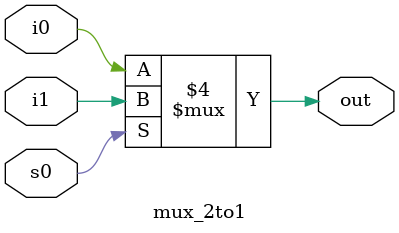
<source format=v>
module mux_2to1(i0,i1,s0,out);
input i0,i1,s0;
output  reg out;
always@(*)
begin
	if(s0==1'b0)
	out = i0;
	else 
	out = i1;
end
endmodule

</source>
